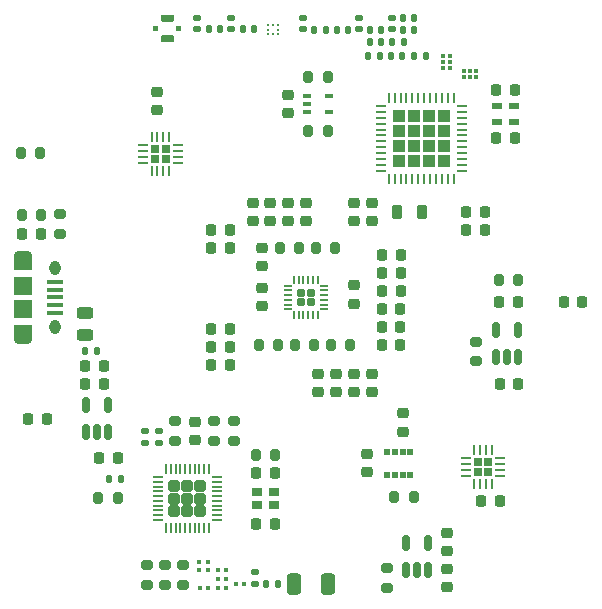
<source format=gbp>
G04 #@! TF.GenerationSoftware,KiCad,Pcbnew,8.0.0*
G04 #@! TF.CreationDate,2024-03-25T07:30:18-04:00*
G04 #@! TF.ProjectId,_Sub_HW_Qcopter,5f537562-5f48-4575-9f51-636f70746572,rev?*
G04 #@! TF.SameCoordinates,PX9157080PYf23bb80*
G04 #@! TF.FileFunction,Paste,Bot*
G04 #@! TF.FilePolarity,Positive*
%FSLAX46Y46*%
G04 Gerber Fmt 4.6, Leading zero omitted, Abs format (unit mm)*
G04 Created by KiCad (PCBNEW 8.0.0) date 2024-03-25 07:30:18*
%MOMM*%
%LPD*%
G01*
G04 APERTURE LIST*
G04 Aperture macros list*
%AMRoundRect*
0 Rectangle with rounded corners*
0 $1 Rounding radius*
0 $2 $3 $4 $5 $6 $7 $8 $9 X,Y pos of 4 corners*
0 Add a 4 corners polygon primitive as box body*
4,1,4,$2,$3,$4,$5,$6,$7,$8,$9,$2,$3,0*
0 Add four circle primitives for the rounded corners*
1,1,$1+$1,$2,$3*
1,1,$1+$1,$4,$5*
1,1,$1+$1,$6,$7*
1,1,$1+$1,$8,$9*
0 Add four rect primitives between the rounded corners*
20,1,$1+$1,$2,$3,$4,$5,0*
20,1,$1+$1,$4,$5,$6,$7,0*
20,1,$1+$1,$6,$7,$8,$9,0*
20,1,$1+$1,$8,$9,$2,$3,0*%
%AMFreePoly0*
4,1,25,0.341240,0.472168,0.360544,0.456612,0.456612,0.360544,0.487927,0.303195,0.490577,0.278545,0.490577,-0.278545,0.472168,-0.341240,0.456612,-0.360544,0.360544,-0.456612,0.303195,-0.487927,0.278545,-0.490577,-0.278545,-0.490577,-0.341240,-0.472168,-0.360544,-0.456612,-0.456612,-0.360544,-0.487927,-0.303195,-0.490577,-0.278545,-0.490577,0.278545,-0.472168,0.341240,-0.456612,0.360544,
-0.360544,0.456612,-0.303195,0.487927,-0.278545,0.490577,0.278545,0.490577,0.341240,0.472168,0.341240,0.472168,$1*%
%AMFreePoly1*
4,1,14,0.363284,0.088284,0.375000,0.060000,0.375000,0.036569,0.363284,0.008285,0.266715,-0.088284,0.238431,-0.100000,-0.335000,-0.100000,-0.363284,-0.088284,-0.375000,-0.060000,-0.375000,0.060000,-0.363284,0.088284,-0.335000,0.100000,0.335000,0.100000,0.363284,0.088284,0.363284,0.088284,$1*%
%AMFreePoly2*
4,1,14,0.266715,0.088284,0.363284,-0.008285,0.375000,-0.036569,0.375000,-0.060000,0.363284,-0.088284,0.335000,-0.100000,-0.335000,-0.100000,-0.363284,-0.088284,-0.375000,-0.060000,-0.375000,0.060000,-0.363284,0.088284,-0.335000,0.100000,0.238431,0.100000,0.266715,0.088284,0.266715,0.088284,$1*%
%AMFreePoly3*
4,1,14,0.088284,0.363284,0.100000,0.335000,0.100000,-0.335000,0.088284,-0.363284,0.060000,-0.375000,0.036569,-0.375000,0.008285,-0.363284,-0.088284,-0.266715,-0.100000,-0.238431,-0.100000,0.335000,-0.088284,0.363284,-0.060000,0.375000,0.060000,0.375000,0.088284,0.363284,0.088284,0.363284,$1*%
%AMFreePoly4*
4,1,14,0.088284,0.363284,0.100000,0.335000,0.100000,-0.238431,0.088284,-0.266715,-0.008285,-0.363284,-0.036569,-0.375000,-0.060000,-0.375000,-0.088284,-0.363284,-0.100000,-0.335000,-0.100000,0.335000,-0.088284,0.363284,-0.060000,0.375000,0.060000,0.375000,0.088284,0.363284,0.088284,0.363284,$1*%
%AMFreePoly5*
4,1,14,0.363284,0.088284,0.375000,0.060000,0.375000,-0.060000,0.363284,-0.088284,0.335000,-0.100000,-0.335000,-0.100000,-0.363284,-0.088284,-0.375000,-0.060000,-0.375000,-0.036569,-0.363284,-0.008285,-0.266715,0.088284,-0.238431,0.100000,0.335000,0.100000,0.363284,0.088284,0.363284,0.088284,$1*%
%AMFreePoly6*
4,1,14,0.363284,0.088284,0.375000,0.060000,0.375000,-0.060000,0.363284,-0.088284,0.335000,-0.100000,-0.238431,-0.100000,-0.266715,-0.088284,-0.363284,0.008285,-0.375000,0.036569,-0.375000,0.060000,-0.363284,0.088284,-0.335000,0.100000,0.335000,0.100000,0.363284,0.088284,0.363284,0.088284,$1*%
%AMFreePoly7*
4,1,14,-0.008285,0.363284,0.088284,0.266715,0.100000,0.238431,0.100000,-0.335000,0.088284,-0.363284,0.060000,-0.375000,-0.060000,-0.375000,-0.088284,-0.363284,-0.100000,-0.335000,-0.100000,0.335000,-0.088284,0.363284,-0.060000,0.375000,-0.036569,0.375000,-0.008285,0.363284,-0.008285,0.363284,$1*%
%AMFreePoly8*
4,1,14,0.088284,0.363284,0.100000,0.335000,0.100000,-0.335000,0.088284,-0.363284,0.060000,-0.375000,-0.060000,-0.375000,-0.088284,-0.363284,-0.100000,-0.335000,-0.100000,0.238431,-0.088284,0.266715,0.008285,0.363284,0.036569,0.375000,0.060000,0.375000,0.088284,0.363284,0.088284,0.363284,$1*%
G04 Aperture macros list end*
%ADD10C,0.010000*%
%ADD11RoundRect,0.200000X0.275000X-0.200000X0.275000X0.200000X-0.275000X0.200000X-0.275000X-0.200000X0*%
%ADD12RoundRect,0.225000X0.250000X-0.225000X0.250000X0.225000X-0.250000X0.225000X-0.250000X-0.225000X0*%
%ADD13RoundRect,0.225000X0.225000X0.250000X-0.225000X0.250000X-0.225000X-0.250000X0.225000X-0.250000X0*%
%ADD14RoundRect,0.225000X-0.225000X-0.250000X0.225000X-0.250000X0.225000X0.250000X-0.225000X0.250000X0*%
%ADD15RoundRect,0.147500X0.147500X0.172500X-0.147500X0.172500X-0.147500X-0.172500X0.147500X-0.172500X0*%
%ADD16RoundRect,0.100000X-0.225000X-0.100000X0.225000X-0.100000X0.225000X0.100000X-0.225000X0.100000X0*%
%ADD17RoundRect,0.140000X0.170000X-0.140000X0.170000X0.140000X-0.170000X0.140000X-0.170000X-0.140000X0*%
%ADD18RoundRect,0.024800X0.130200X-0.165200X0.130200X0.165200X-0.130200X0.165200X-0.130200X-0.165200X0*%
%ADD19RoundRect,0.200000X0.200000X0.275000X-0.200000X0.275000X-0.200000X-0.275000X0.200000X-0.275000X0*%
%ADD20RoundRect,0.190000X-0.190000X-0.190000X0.190000X-0.190000X0.190000X0.190000X-0.190000X0.190000X0*%
%ADD21RoundRect,0.062500X-0.325000X-0.062500X0.325000X-0.062500X0.325000X0.062500X-0.325000X0.062500X0*%
%ADD22RoundRect,0.062500X-0.062500X-0.325000X0.062500X-0.325000X0.062500X0.325000X-0.062500X0.325000X0*%
%ADD23RoundRect,0.190000X0.190000X0.190000X-0.190000X0.190000X-0.190000X-0.190000X0.190000X-0.190000X0*%
%ADD24RoundRect,0.062500X0.325000X0.062500X-0.325000X0.062500X-0.325000X-0.062500X0.325000X-0.062500X0*%
%ADD25RoundRect,0.062500X0.062500X0.325000X-0.062500X0.325000X-0.062500X-0.325000X0.062500X-0.325000X0*%
%ADD26RoundRect,0.218750X-0.218750X-0.381250X0.218750X-0.381250X0.218750X0.381250X-0.218750X0.381250X0*%
%ADD27RoundRect,0.147500X-0.147500X-0.172500X0.147500X-0.172500X0.147500X0.172500X-0.147500X0.172500X0*%
%ADD28RoundRect,0.225000X-0.250000X0.225000X-0.250000X-0.225000X0.250000X-0.225000X0.250000X0.225000X0*%
%ADD29RoundRect,0.140000X-0.140000X-0.170000X0.140000X-0.170000X0.140000X0.170000X-0.140000X0.170000X0*%
%ADD30RoundRect,0.243750X-0.456250X0.243750X-0.456250X-0.243750X0.456250X-0.243750X0.456250X0.243750X0*%
%ADD31RoundRect,0.140000X0.140000X0.170000X-0.140000X0.170000X-0.140000X-0.170000X0.140000X-0.170000X0*%
%ADD32RoundRect,0.027000X-0.198000X0.218000X-0.198000X-0.218000X0.198000X-0.218000X0.198000X0.218000X0*%
%ADD33RoundRect,0.250000X-0.292217X-0.292217X0.292217X-0.292217X0.292217X0.292217X-0.292217X0.292217X0*%
%ADD34RoundRect,0.062500X-0.375000X-0.062500X0.375000X-0.062500X0.375000X0.062500X-0.375000X0.062500X0*%
%ADD35RoundRect,0.062500X-0.062500X-0.375000X0.062500X-0.375000X0.062500X0.375000X-0.062500X0.375000X0*%
%ADD36RoundRect,0.200000X-0.200000X-0.275000X0.200000X-0.275000X0.200000X0.275000X-0.200000X0.275000X0*%
%ADD37RoundRect,0.079500X-0.079500X-0.100500X0.079500X-0.100500X0.079500X0.100500X-0.079500X0.100500X0*%
%ADD38R,0.900000X0.800000*%
%ADD39RoundRect,0.150000X0.150000X-0.512500X0.150000X0.512500X-0.150000X0.512500X-0.150000X-0.512500X0*%
%ADD40FreePoly0,90.000000*%
%ADD41RoundRect,0.050000X0.050000X-0.337500X0.050000X0.337500X-0.050000X0.337500X-0.050000X-0.337500X0*%
%ADD42RoundRect,0.050000X0.337500X-0.050000X0.337500X0.050000X-0.337500X0.050000X-0.337500X-0.050000X0*%
%ADD43RoundRect,0.147500X0.172500X-0.147500X0.172500X0.147500X-0.172500X0.147500X-0.172500X-0.147500X0*%
%ADD44RoundRect,0.250000X-0.350000X-0.650000X0.350000X-0.650000X0.350000X0.650000X-0.350000X0.650000X0*%
%ADD45RoundRect,0.200000X-0.275000X0.200000X-0.275000X-0.200000X0.275000X-0.200000X0.275000X0.200000X0*%
%ADD46RoundRect,0.147500X-0.172500X0.147500X-0.172500X-0.147500X0.172500X-0.147500X0.172500X0.147500X0*%
%ADD47RoundRect,0.160000X-0.195000X-0.160000X0.195000X-0.160000X0.195000X0.160000X-0.195000X0.160000X0*%
%ADD48FreePoly1,0.000000*%
%ADD49RoundRect,0.050000X-0.325000X-0.050000X0.325000X-0.050000X0.325000X0.050000X-0.325000X0.050000X0*%
%ADD50FreePoly2,0.000000*%
%ADD51FreePoly3,0.000000*%
%ADD52RoundRect,0.050000X-0.050000X-0.325000X0.050000X-0.325000X0.050000X0.325000X-0.050000X0.325000X0*%
%ADD53FreePoly4,0.000000*%
%ADD54FreePoly5,0.000000*%
%ADD55FreePoly6,0.000000*%
%ADD56FreePoly7,0.000000*%
%ADD57FreePoly8,0.000000*%
%ADD58RoundRect,0.079500X0.079500X0.100500X-0.079500X0.100500X-0.079500X-0.100500X0.079500X-0.100500X0*%
%ADD59RoundRect,0.079500X0.100500X-0.079500X0.100500X0.079500X-0.100500X0.079500X-0.100500X-0.079500X0*%
%ADD60O,1.550000X0.890000*%
%ADD61O,0.950000X1.250000*%
%ADD62R,1.350000X0.400000*%
%ADD63R,1.550000X1.200000*%
%ADD64R,1.550000X1.500000*%
%ADD65RoundRect,0.079500X-0.100500X0.079500X-0.100500X-0.079500X0.100500X-0.079500X0.100500X0.079500X0*%
%ADD66RoundRect,0.135000X0.135000X0.185000X-0.135000X0.185000X-0.135000X-0.185000X0.135000X-0.185000X0*%
%ADD67RoundRect,0.024800X0.165200X0.130200X-0.165200X0.130200X-0.165200X-0.130200X0.165200X-0.130200X0*%
%ADD68R,0.863600X0.609600*%
%ADD69R,0.254000X0.254000*%
G04 APERTURE END LIST*
D10*
X12792000Y48171200D02*
X12462000Y48171200D01*
X12462000Y48501200D01*
X12792000Y48501200D01*
X12792000Y48171200D01*
G36*
X12792000Y48171200D02*
G01*
X12462000Y48171200D01*
X12462000Y48501200D01*
X12792000Y48501200D01*
X12792000Y48171200D01*
G37*
X14762000Y48171200D02*
X14432000Y48171200D01*
X14432000Y48501200D01*
X14762000Y48501200D01*
X14762000Y48171200D01*
G36*
X14762000Y48171200D02*
G01*
X14432000Y48171200D01*
X14432000Y48501200D01*
X14762000Y48501200D01*
X14762000Y48171200D01*
G37*
X14112000Y49016200D02*
X14022000Y48926200D01*
X13202000Y48926200D01*
X13112000Y49016200D01*
X13112000Y49436200D01*
X14112000Y49436200D01*
X14112000Y49016200D01*
G36*
X14112000Y49016200D02*
G01*
X14022000Y48926200D01*
X13202000Y48926200D01*
X13112000Y49016200D01*
X13112000Y49436200D01*
X14112000Y49436200D01*
X14112000Y49016200D01*
G37*
X14112000Y47656200D02*
X14112000Y47236200D01*
X13112000Y47236200D01*
X13112000Y47656200D01*
X13202000Y47746200D01*
X14022000Y47746200D01*
X14112000Y47656200D01*
G36*
X14112000Y47656200D02*
G01*
X14112000Y47236200D01*
X13112000Y47236200D01*
X13112000Y47656200D01*
X13202000Y47746200D01*
X14022000Y47746200D01*
X14112000Y47656200D01*
G37*
D11*
X14351000Y13399000D03*
X14351000Y15049000D03*
X17653000Y13399000D03*
X17653000Y15049000D03*
D12*
X30988000Y31991000D03*
X30988000Y33541000D03*
D13*
X18949000Y31242000D03*
X17399000Y31242000D03*
D14*
X47256400Y25146000D03*
X48806400Y25146000D03*
D12*
X23876000Y41135000D03*
X23876000Y42685000D03*
D15*
X31775200Y47193200D03*
X30805200Y47193200D03*
D16*
X25466000Y41260000D03*
X25466001Y41910000D03*
X25466000Y42560000D03*
X27366000Y42560000D03*
X27366000Y41260000D03*
D15*
X9733000Y10160000D03*
X8763000Y10160000D03*
X18138000Y48227468D03*
X17168000Y48227468D03*
D17*
X29893200Y48237200D03*
X29893200Y49197200D03*
D18*
X39793800Y44170599D03*
X39293800Y44170600D03*
X38793800Y44170599D03*
X38793800Y44700600D03*
X39293800Y44700599D03*
X39793800Y44700600D03*
D19*
X29146000Y21463000D03*
X27496000Y21463000D03*
D17*
X16219116Y48255468D03*
X16219116Y49215468D03*
D14*
X31864000Y26035000D03*
X33414000Y26035000D03*
D13*
X43345001Y25146000D03*
X41795001Y25146000D03*
X9461800Y11938000D03*
X7911800Y11938000D03*
D19*
X24828000Y29718000D03*
X23178000Y29718000D03*
D20*
X39946000Y11616000D03*
X39946000Y10736000D03*
X40826000Y11616000D03*
X40826000Y10736000D03*
D21*
X38923500Y10426000D03*
X38923500Y10926000D03*
X38923500Y11426000D03*
X38923500Y11926000D03*
D22*
X39636000Y12638500D03*
X40136000Y12638500D03*
X40636000Y12638500D03*
X41136000Y12638500D03*
D21*
X41848500Y11926000D03*
X41848500Y11426000D03*
X41848500Y10926000D03*
X41848500Y10426000D03*
D22*
X41136000Y9713500D03*
X40636000Y9713500D03*
X40136000Y9713500D03*
X39636000Y9713500D03*
D11*
X13462000Y1207000D03*
X13462000Y2857000D03*
D23*
X13525000Y37213500D03*
X13525000Y38093500D03*
X12645000Y37213500D03*
X12645000Y38093500D03*
D24*
X14547500Y38403500D03*
X14547500Y37903500D03*
X14547500Y37403500D03*
X14547500Y36903500D03*
D25*
X13835000Y36191000D03*
X13335000Y36191000D03*
X12835000Y36191000D03*
X12335000Y36191000D03*
D24*
X11622500Y36903500D03*
X11622500Y37403500D03*
X11622500Y37903500D03*
X11622500Y38403500D03*
D25*
X12335000Y39116000D03*
X12835000Y39116000D03*
X13335000Y39116000D03*
X13835000Y39116000D03*
D26*
X33100500Y32766000D03*
X35225500Y32766000D03*
D27*
X32591000Y45974000D03*
X33561000Y45974000D03*
D19*
X34551000Y8590000D03*
X32901000Y8590000D03*
D13*
X2934000Y30861000D03*
X1384000Y30861000D03*
D28*
X21717000Y26327400D03*
X21717000Y24777400D03*
D17*
X19100800Y48211800D03*
X19100800Y49171800D03*
D29*
X34572000Y45974000D03*
X35532000Y45974000D03*
D13*
X18949000Y29718000D03*
X17399000Y29718000D03*
D12*
X25400000Y31991000D03*
X25400000Y33541000D03*
D14*
X31851000Y22987000D03*
X33401000Y22987000D03*
D28*
X29464000Y26556000D03*
X29464000Y25006000D03*
D27*
X6731000Y20955000D03*
X7701000Y20955000D03*
D19*
X27241000Y44196000D03*
X25591000Y44196000D03*
D14*
X40246000Y8255000D03*
X41796000Y8255000D03*
D17*
X25194200Y48237200D03*
X25194200Y49197200D03*
D28*
X26416000Y19063000D03*
X26416000Y17513000D03*
D14*
X31851000Y24511000D03*
X33401000Y24511000D03*
D12*
X20888000Y32004000D03*
X20888000Y33554000D03*
D30*
X6731000Y24178501D03*
X6731000Y22303499D03*
D31*
X31770200Y48209200D03*
X30810200Y48209200D03*
X34566800Y49174400D03*
X33606800Y49174400D03*
X28976200Y48209200D03*
X28016200Y48209200D03*
D32*
X32298999Y10460000D03*
X32949000Y10460000D03*
X33599000Y10460000D03*
X34249001Y10460000D03*
X34249001Y12400000D03*
X33599000Y12400000D03*
X32949000Y12400000D03*
X32298999Y12400000D03*
D33*
X33259000Y40901500D03*
X33259000Y39626500D03*
X33259000Y38351500D03*
X33259000Y37076500D03*
X34534000Y40901500D03*
X34534000Y39626500D03*
X34534000Y38351500D03*
X34534000Y37076500D03*
X35809000Y40901500D03*
X35809000Y39626500D03*
X35809000Y38351500D03*
X35809000Y37076500D03*
X37084000Y40901500D03*
X37084000Y39626500D03*
X37084000Y38351500D03*
X37084000Y37076500D03*
D34*
X31734000Y36239000D03*
X31734000Y36739000D03*
X31734000Y37239001D03*
X31734000Y37739000D03*
X31734000Y38238999D03*
X31734000Y38739000D03*
X31734000Y39239000D03*
X31734000Y39739001D03*
X31734000Y40239000D03*
X31734000Y40738999D03*
X31734000Y41239000D03*
X31734000Y41739000D03*
D35*
X32421500Y42426500D03*
X32921500Y42426500D03*
X33421501Y42426500D03*
X33921500Y42426500D03*
X34421499Y42426500D03*
X34921500Y42426500D03*
X35421500Y42426500D03*
X35921501Y42426500D03*
X36421500Y42426500D03*
X36921499Y42426500D03*
X37421500Y42426500D03*
X37921500Y42426500D03*
D34*
X38609000Y41739000D03*
X38609000Y41239000D03*
X38609000Y40738999D03*
X38609000Y40239000D03*
X38609000Y39739001D03*
X38609000Y39239000D03*
X38609000Y38739000D03*
X38609000Y38238999D03*
X38609000Y37739000D03*
X38609000Y37239001D03*
X38609000Y36739000D03*
X38609000Y36239000D03*
D35*
X37921500Y35551500D03*
X37421500Y35551500D03*
X36921499Y35551500D03*
X36421500Y35551500D03*
X35921501Y35551500D03*
X35421500Y35551500D03*
X34921500Y35551500D03*
X34421499Y35551500D03*
X33921500Y35551500D03*
X33421501Y35551500D03*
X32921500Y35551500D03*
X32421500Y35551500D03*
D36*
X1334000Y32512000D03*
X2984000Y32512000D03*
D14*
X41516000Y38989000D03*
X43066000Y38989000D03*
D13*
X18949000Y22860000D03*
X17399000Y22860000D03*
D37*
X16419000Y889000D03*
X17109000Y889000D03*
D15*
X27076200Y48209200D03*
X26106200Y48209200D03*
D12*
X12827000Y41389000D03*
X12827000Y42939000D03*
D13*
X18949000Y21336000D03*
X17399000Y21336000D03*
D11*
X14986000Y1207000D03*
X14986000Y2857000D03*
D14*
X31851000Y21463000D03*
X33401000Y21463000D03*
D38*
X22671000Y7959000D03*
X21271000Y7959000D03*
X21271000Y9059000D03*
X22671000Y9059000D03*
D11*
X39817000Y20135500D03*
X39817000Y21785500D03*
D14*
X31864000Y29083000D03*
X33414000Y29083000D03*
D37*
X17943000Y2413000D03*
X18633000Y2413000D03*
D39*
X35747999Y2418500D03*
X34798000Y2418500D03*
X33848001Y2418500D03*
X33848001Y4693500D03*
X35747999Y4693500D03*
D40*
X14274000Y7402000D03*
X15374000Y7402000D03*
X16474000Y7402000D03*
X14274000Y8502000D03*
X15374000Y8502000D03*
X16474000Y8502000D03*
X14274000Y9602000D03*
X15374000Y9602000D03*
X16474000Y9602000D03*
D41*
X17174000Y6014500D03*
X16774000Y6014500D03*
X16374000Y6014500D03*
X15974000Y6014500D03*
X15574000Y6014500D03*
X15174000Y6014500D03*
X14774000Y6014500D03*
X14374000Y6014500D03*
X13974000Y6014500D03*
X13574000Y6014500D03*
D42*
X12886500Y6702001D03*
X12886500Y7102000D03*
X12886500Y7502000D03*
X12886500Y7902000D03*
X12886501Y8302000D03*
X12886500Y8702000D03*
X12886500Y9102000D03*
X12886500Y9502001D03*
X12886500Y9902000D03*
X12886500Y10302000D03*
D41*
X13574000Y10989500D03*
X13974000Y10989500D03*
X14373999Y10989500D03*
X14774000Y10989500D03*
X15174000Y10989500D03*
X15574000Y10989499D03*
X15974000Y10989500D03*
X16374000Y10989500D03*
X16774000Y10989500D03*
X17173999Y10989500D03*
D42*
X17861500Y10302000D03*
X17861500Y9902000D03*
X17861500Y9502000D03*
X17861500Y9102000D03*
X17861500Y8702000D03*
X17861500Y8302000D03*
X17861500Y7902000D03*
X17861500Y7502000D03*
X17861500Y7102000D03*
X17861500Y6702000D03*
D14*
X39001400Y32740600D03*
X40551400Y32740600D03*
D43*
X12954000Y13231000D03*
X12954000Y14201000D03*
D44*
X24407200Y1275077D03*
X27307200Y1275077D03*
D19*
X26098000Y21463000D03*
X24448000Y21463000D03*
D45*
X4572000Y32575000D03*
X4572000Y30925000D03*
D13*
X18936000Y19812000D03*
X17386000Y19812000D03*
D31*
X21000768Y48211800D03*
X20040768Y48211800D03*
D39*
X8671371Y14102500D03*
X7721372Y14102500D03*
X6771373Y14102500D03*
X6771373Y16377500D03*
X8671371Y16377500D03*
D12*
X22352000Y32004000D03*
X22352000Y33554000D03*
D13*
X3442000Y15240000D03*
X1892000Y15240000D03*
D31*
X31651000Y45974000D03*
X30691000Y45974000D03*
D14*
X21196000Y10668000D03*
X22746000Y10668000D03*
D36*
X21400000Y21463000D03*
X23050000Y21463000D03*
D14*
X31864000Y27559000D03*
X33414000Y27559000D03*
D36*
X7811000Y8509000D03*
X9461000Y8509000D03*
D28*
X29464000Y19076000D03*
X29464000Y17526000D03*
D46*
X11811000Y14201000D03*
X11811000Y13231000D03*
D47*
X24960000Y25927000D03*
X24960000Y25127000D03*
X25840000Y25927000D03*
X25840000Y25127000D03*
D48*
X23900000Y24527000D03*
D49*
X23900000Y24927000D03*
X23900000Y25327000D03*
X23900000Y25727000D03*
X23900000Y26127000D03*
D50*
X23900000Y26527000D03*
D51*
X24400000Y27027000D03*
D52*
X24800000Y27027000D03*
X25200000Y27027000D03*
X25600000Y27027000D03*
X26000000Y27027000D03*
D53*
X26400000Y27027000D03*
D54*
X26900000Y26527000D03*
D49*
X26900000Y26127000D03*
X26900000Y25727000D03*
X26900000Y25327000D03*
X26900000Y24927000D03*
D55*
X26900000Y24527000D03*
D56*
X26400000Y24027000D03*
D52*
X26000000Y24027000D03*
X25600000Y24027000D03*
X25200000Y24027000D03*
X24800000Y24027000D03*
D57*
X24400000Y24027000D03*
D58*
X18633000Y889000D03*
X17943000Y889000D03*
D19*
X27241000Y39624000D03*
X25591000Y39624000D03*
D12*
X16002000Y13449000D03*
X16002000Y14999000D03*
D19*
X43395001Y27000200D03*
X41745001Y27000200D03*
D59*
X16383000Y2449000D03*
X16383000Y3139000D03*
D28*
X30988000Y19076000D03*
X30988000Y17526000D03*
D12*
X29464000Y31991000D03*
X29464000Y33541000D03*
D28*
X30551000Y12286000D03*
X30551000Y10736000D03*
D11*
X19304000Y13399000D03*
X19304000Y15049000D03*
D45*
X32258000Y2603000D03*
X32258000Y953000D03*
D60*
X1494000Y22027000D03*
D61*
X4194000Y23027001D03*
X4194000Y28026999D03*
D60*
X1494000Y29027000D03*
D62*
X4194000Y24227000D03*
X4194000Y24877000D03*
X4193999Y25527000D03*
X4194000Y26177000D03*
X4194000Y26827000D03*
D63*
X1494000Y22627000D03*
D64*
X1494000Y24527000D03*
X1494000Y26527000D03*
D63*
X1494000Y28427000D03*
D19*
X2933200Y37719000D03*
X1283200Y37719000D03*
D11*
X11938000Y1207000D03*
X11938000Y2857000D03*
D15*
X23014800Y1270000D03*
X22044800Y1270000D03*
D12*
X23876000Y31991000D03*
X23876000Y33541000D03*
D13*
X43066000Y43129200D03*
X41516000Y43129200D03*
D37*
X17943000Y1651000D03*
X18633000Y1651000D03*
D19*
X22796000Y12192000D03*
X21146000Y12192000D03*
D65*
X17145000Y3139000D03*
X17145000Y2449000D03*
D66*
X33733200Y47193200D03*
X32713200Y47193200D03*
D15*
X34571800Y48209200D03*
X33601800Y48209200D03*
D19*
X27876000Y29718000D03*
X26226000Y29718000D03*
D67*
X37566601Y45991400D03*
X37566600Y45491400D03*
X37566601Y44991400D03*
X37036600Y44991400D03*
X37036601Y45491400D03*
X37036600Y45991400D03*
D28*
X27940000Y19063000D03*
X27940000Y17513000D03*
D37*
X19467000Y1270000D03*
X20157000Y1270000D03*
D12*
X33599000Y14165000D03*
X33599000Y15715000D03*
D68*
X43014901Y41721400D03*
X43014901Y40371400D03*
X41567099Y40371400D03*
X41567099Y41721400D03*
D12*
X21717000Y28181000D03*
X21717000Y29731000D03*
D17*
X32664200Y48237200D03*
X32664200Y49197200D03*
D69*
X23025100Y48609199D03*
X23025100Y48209200D03*
X23025100Y47809201D03*
X22631400Y47815500D03*
X22237700Y47809201D03*
X22237700Y48209200D03*
X22237700Y48609199D03*
X22631400Y48602900D03*
D43*
X21056600Y1267600D03*
X21056600Y2237600D03*
D28*
X37338000Y2527600D03*
X37338000Y977600D03*
D14*
X21196000Y6350000D03*
X22746000Y6350000D03*
D13*
X43386000Y18237200D03*
X41836000Y18237200D03*
D28*
X37338000Y5575600D03*
X37338000Y4025600D03*
D39*
X43367999Y20452500D03*
X42418000Y20452500D03*
X41468001Y20452500D03*
X41468001Y22727500D03*
X43367999Y22727500D03*
D14*
X39001400Y31216600D03*
X40551400Y31216600D03*
X6731000Y18161000D03*
X8281000Y18161000D03*
X6731000Y19685000D03*
X8281000Y19685000D03*
M02*

</source>
